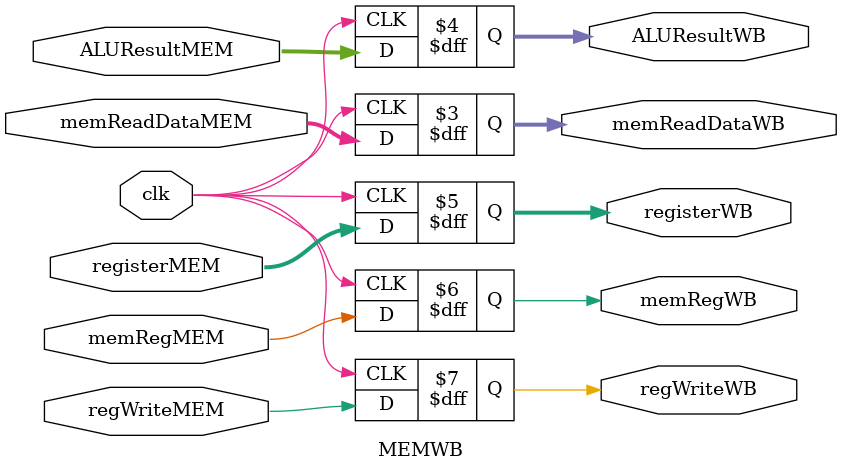
<source format=v>
`ifndef MODULE_MEMWB
`define MODULE_MEMWB
`timescale 1ns / 1ps


module MEMWB (clk, memReadDataMEM, ALUResultMEM, registerMEM, memRegMEM, regWriteMEM, memReadDataWB, ALUResultWB, registerWB, memRegWB, regWriteWB);
    input clk;
    input[31:0] memReadDataMEM;
    input[31:0] ALUResultMEM;
    input[4:0] registerMEM;
    input memRegMEM;
    input regWriteMEM;

    output reg[31:0] memReadDataWB;
    output reg[31:0] ALUResultWB;
    output reg[4:0] registerWB;
    output reg memRegWB;
    output reg regWriteWB;

    initial begin
        memReadDataWB = 32'b0;
        ALUResultWB = 32'b0;
        registerWB = 5'b0;
        memRegWB = 1'b0;
        regWriteWB = 1'b0;
    end

    always @ (posedge clk) begin
        memReadDataWB <= memReadDataMEM;
        ALUResultWB <= ALUResultMEM;
        registerWB <= registerMEM;
        memRegWB <= memRegMEM;
        regWriteWB <= regWriteMEM;
    end

endmodule

`endif

</source>
